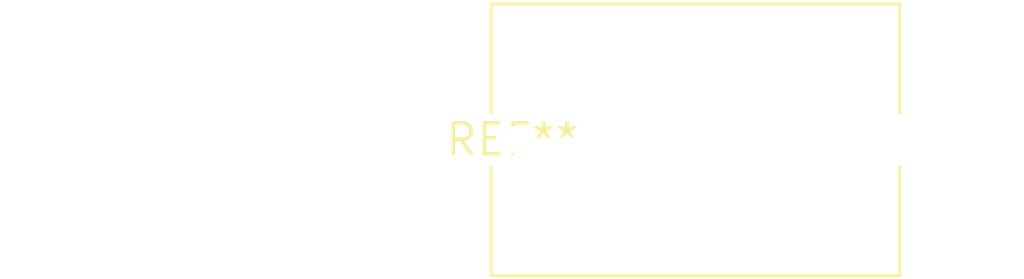
<source format=kicad_pcb>
(kicad_pcb (version 20240108) (generator pcbnew)
  (layers (0 "F.Cu" signal) (31 "B.Cu" signal) (34 "B.Paste" user) (35 "F.Paste" user) (36 "B.SilkS" user "B.Silkscreen") (37 "F.SilkS" user "F.Silkscreen") (38 "B.Mask" user) (39 "F.Mask" user) (44 "Edge.Cuts" user))
  (net 0 "")
  (footprint "C_Rect_L16.5mm_W10.9mm_P15.00mm_MKT" (layer "F.Cu") (at 0 0)
    (property "Reference" "REF**")
    (property "Value" "C_Rect_L16.5mm_W10.9mm_P15.00mm_MKT")
    (fp_line (start -0.87 -5.57) (end -0.87 -1.104) (layer "F.SilkS") (stroke (width 0.12)))
    (fp_line (start -0.87 -5.57) (end 15.87 -5.57) (layer "F.SilkS") (stroke (width 0.12)))
    (fp_line (start -0.87 1.104) (end -0.87 5.57) (layer "F.SilkS") (stroke (width 0.12)))
    (fp_line (start -0.87 5.57) (end 15.87 5.57) (layer "F.SilkS") (stroke (width 0.12)))
    (fp_line (start 15.87 -5.57) (end 15.87 -1.104) (layer "F.SilkS") (stroke (width 0.12)))
    (fp_line (start 15.87 1.104) (end 15.87 5.57) (layer "F.SilkS") (stroke (width 0.12)))
    (pad "1" thru_hole circle (at 0 0) (size 2.2 2.2) (drill 1.1) (layers *.Cu *.Mask) (remove_unused_layers))
    (pad "2" thru_hole circle (at 15 0) (size 2.2 2.2) (drill 1.1) (layers *.Cu *.Mask) (remove_unused_layers))
  )
)
</source>
